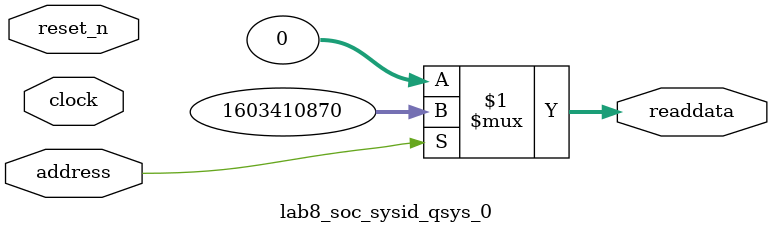
<source format=v>



// synthesis translate_off
`timescale 1ns / 1ps
// synthesis translate_on

// turn off superfluous verilog processor warnings 
// altera message_level Level1 
// altera message_off 10034 10035 10036 10037 10230 10240 10030 

module lab8_soc_sysid_qsys_0 (
               // inputs:
                address,
                clock,
                reset_n,

               // outputs:
                readdata
             )
;

  output  [ 31: 0] readdata;
  input            address;
  input            clock;
  input            reset_n;

  wire    [ 31: 0] readdata;
  //control_slave, which is an e_avalon_slave
  assign readdata = address ? 1603410870 : 0;

endmodule



</source>
